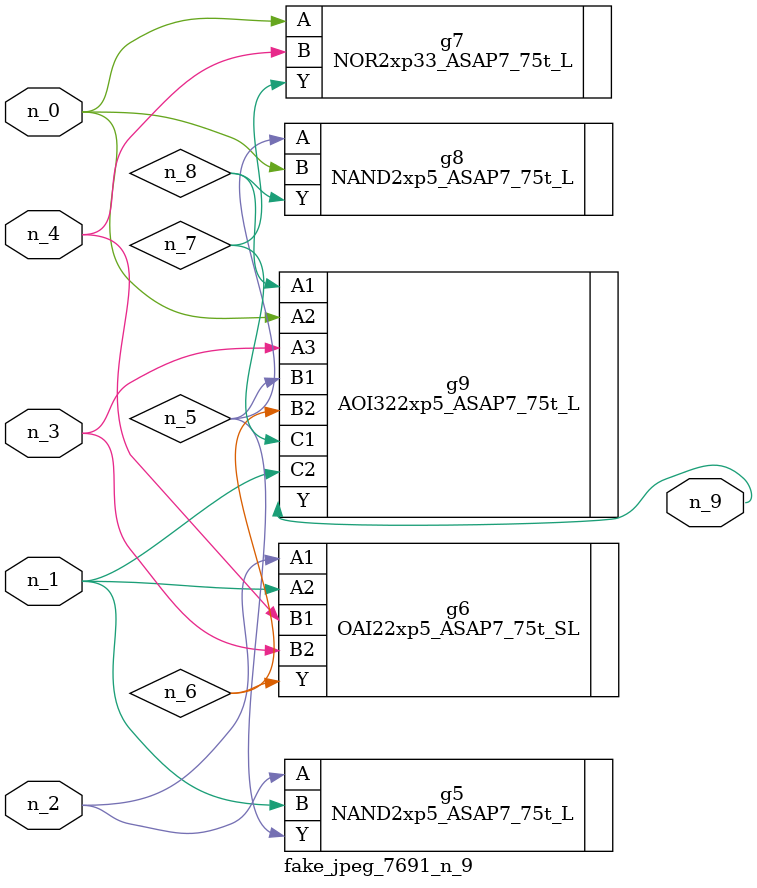
<source format=v>
module fake_jpeg_7691_n_9 (n_3, n_2, n_1, n_0, n_4, n_9);

input n_3;
input n_2;
input n_1;
input n_0;
input n_4;

output n_9;

wire n_8;
wire n_6;
wire n_5;
wire n_7;

NAND2xp5_ASAP7_75t_L g5 ( 
.A(n_2),
.B(n_1),
.Y(n_5)
);

OAI22xp5_ASAP7_75t_SL g6 ( 
.A1(n_2),
.A2(n_1),
.B1(n_4),
.B2(n_3),
.Y(n_6)
);

NOR2xp33_ASAP7_75t_L g7 ( 
.A(n_0),
.B(n_4),
.Y(n_7)
);

NAND2xp5_ASAP7_75t_L g8 ( 
.A(n_5),
.B(n_0),
.Y(n_8)
);

AOI322xp5_ASAP7_75t_L g9 ( 
.A1(n_8),
.A2(n_0),
.A3(n_3),
.B1(n_5),
.B2(n_6),
.C1(n_7),
.C2(n_1),
.Y(n_9)
);


endmodule
</source>
